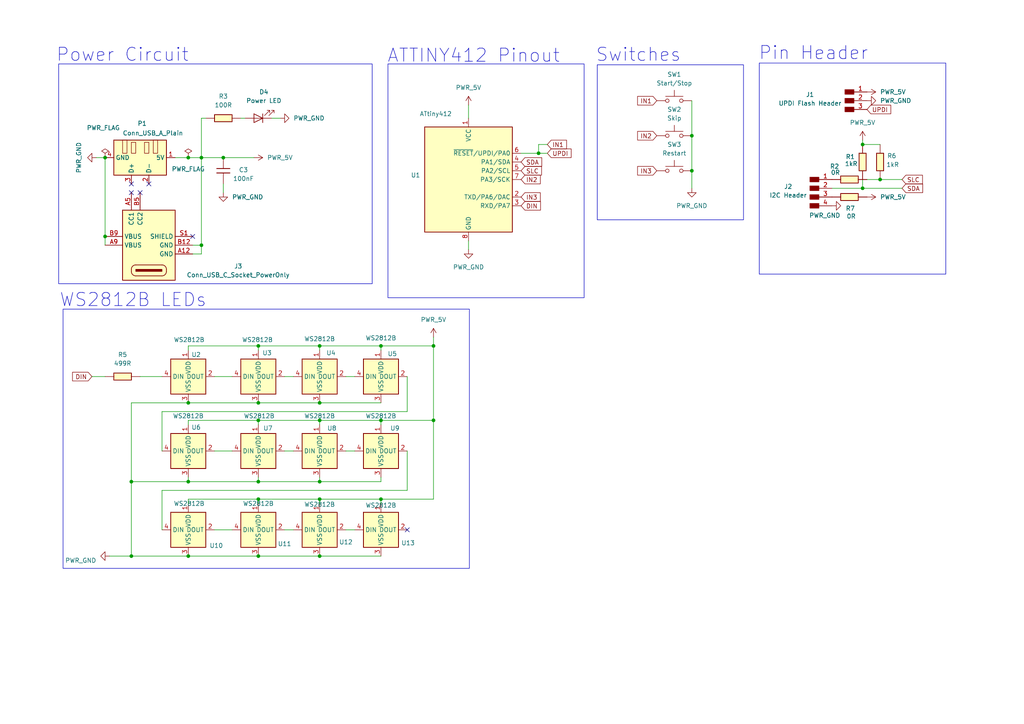
<source format=kicad_sch>
(kicad_sch (version 20250114) (generator "eeschema") (generator_version "9.0")
  (paper "A4")
  (lib_symbols
    (symbol "fab:C_1206" (pin_numbers (hide yes))
      (property "Reference" "C" (at 0.635 2.54 0))
      (property "Value" "C_1206" (at 0.635 -2.54 0))
      (symbol "C_1206_1_1"
        (polyline (pts (xy -1.905 0.635) (xy 1.905 0.635)) (stroke (width 0.25)))
        (polyline (pts (xy -1.905 -0.635) (xy 1.905 -0.635)) (stroke (width 0.25)))
        (pin passive line (at 0 3.81 270) (length 3.175) (name "~") (number "1"))
        (pin passive line (at 0 -3.81 90) (length 3.175) (name "~") (number "2"))
      )
    )
    (symbol "fab:Conn_USB_A_Plain"
      (property "Reference" "P" (at -5.08 8.89 0))
      (property "Value" "Conn_USB_A_Plain" (at 1.27 8.89 0))
      (symbol "Conn_USB_A_Plain_0_1"
        (rectangle (start -5.08 7.62) (end 5.08 -7.62) (stroke (width 0.254)) (fill (type background)))
        (rectangle (start 1.27 5.08) (end 5.08 3.81))
        (rectangle (start 1.27 2.54) (end 4.445 1.27))
        (rectangle (start 1.27 -1.27) (end 4.445 -2.54))
        (rectangle (start 1.27 -3.81) (end 5.08 -5.08))
      )
      (symbol "Conn_USB_A_Plain_1_1"
        (pin bidirectional line (at -7.62 2.54 0) (length 2.54) (name "D-") (number "2"))
        (pin bidirectional line (at -7.62 -2.54 0) (length 2.54) (name "D+") (number "3"))
        (pin power_in line (at 0 10.16 270) (length 2.54) (name "5V") (number "1"))
        (pin power_in line (at 0 -10.16 90) (length 2.54) (name "GND") (number "4"))
      )
    )
    (symbol "fab:Conn_USB_C_Socket_PowerOnly"
      (property "Reference" "J" (at -10.16 8.89 0))
      (property "Value" "Conn_USB_C_Socket_PowerOnly" (at 3.81 8.89 0))
      (symbol "Conn_USB_C_Socket_PowerOnly_0_1"
        (rectangle (start -10.16 7.62) (end 10.16 -7.62) (stroke (width 0.254)) (fill (type background)))
        (polyline (pts (xy -8.89 3.81) (xy -8.89 -3.81)) (stroke (width 0.2)))
        (polyline (pts (xy -7.62 5.08) (xy -6.985 5.08)) (stroke (width 0.2)))
        (rectangle (start -7.62 3.81) (end -6.985 -3.81) (fill (type outline)))
        (polyline (pts (xy -7.62 -5.08) (xy -6.985 -5.08)) (stroke (width 0.2)))
        (arc (start -8.89 3.81) (mid -8.518 4.708) (end -7.62 5.08) (stroke (width 0.2)))
        (arc (start -7.62 -5.08) (mid -8.518 -4.708) (end -8.89 -3.81) (stroke (width 0.2)))
        (arc (start -6.985 5.08) (mid -6.087 4.708) (end -5.715 3.81) (stroke (width 0.2)))
        (arc (start -5.715 -3.81) (mid -6.087 -4.708) (end -6.985 -5.08) (stroke (width 0.2)))
        (polyline (pts (xy -5.715 -3.81) (xy -5.715 3.81)) (stroke (width 0.2)))
      )
      (symbol "Conn_USB_C_Socket_PowerOnly_1_1"
        (pin power_in line (at -2.54 -12.7 90) (length 5.08) (name "GND") (number "A12"))
        (pin power_in line (at 0 12.7 270) (length 5.08) (name "VBUS") (number "A9"))
        (pin power_in line (at 0 -12.7 90) (length 5.08) (name "GND") (number "B12"))
        (pin power_in line (at 2.54 12.7 270) (length 5.08) (name "VBUS") (number "B9"))
        (pin power_in line (at 2.54 -12.7 90) (length 5.08) (name "SHIELD") (number "S1"))
        (pin bidirectional line (at 15.24 5.08 180) (length 5.08) (name "CC1") (number "A5"))
        (pin bidirectional line (at 15.24 2.54 180) (length 5.08) (name "CC2") (number "B5"))
      )
    )
    (symbol "fab:LED_1206" (pin_numbers (hide yes)) (pin_names (offset 1.016) (hide yes))
      (property "Reference" "D" (at 0 2.54 0))
      (property "Value" "LED_1206" (at 0 -2.54 0))
      (symbol "LED_1206_0_1"
        (polyline (pts (xy -3.048 -0.762) (xy -4.572 -2.286) (xy -3.81 -2.286) (xy -4.572 -2.286) (xy -4.572 -1.524)))
        (polyline (pts (xy -1.778 -0.762) (xy -3.302 -2.286) (xy -2.54 -2.286) (xy -3.302 -2.286) (xy -3.302 -1.524)))
        (polyline (pts (xy -1.27 0) (xy 1.27 0)))
        (polyline (pts (xy -1.27 -1.27) (xy -1.27 1.27)) (stroke (width 0.2032)))
        (polyline (pts (xy 1.27 -1.27) (xy 1.27 1.27) (xy -1.27 0) (xy 1.27 -1.27)) (stroke (width 0.2032)))
      )
      (symbol "LED_1206_1_1"
        (pin passive line (at -3.81 0 0) (length 2.54) (name "K") (number "1"))
        (pin passive line (at 3.81 0 180) (length 2.54) (name "A") (number "2"))
      )
    )
    (symbol "fab:LED_ADDR_Worldsemi_WS2812B"
      (property "Reference" "U" (at -5.08 5.715 0))
      (property "Value" "LED_ADDR_Worldsemi_WS2812B" (at 0.635 5.715 0))
      (symbol "LED_ADDR_Worldsemi_WS2812B_0_1"
        (rectangle (start -5.08 5.08) (end 5.08 -5.08) (stroke (width 0.254)) (fill (type background)))
      )
      (symbol "LED_ADDR_Worldsemi_WS2812B_1_1"
        (pin input line (at -7.62 0 0) (length 2.54) (name "DIN") (number "4"))
        (pin power_in line (at 0 7.62 270) (length 2.54) (name "VDD") (number "1"))
        (pin power_in line (at 0 -7.62 90) (length 2.54) (name "VSS") (number "3"))
        (pin output line (at 7.62 0 180) (length 2.54) (name "DOUT") (number "2"))
      )
    )
    (symbol "fab:Microcontroller_ATtiny412_SSFR"
      (property "Reference" "U" (at -12.7 17.78 0))
      (property "Value" "Microcontroller_ATtiny412_SSFR" (at 2.54 17.78 0))
      (symbol "Microcontroller_ATtiny412_SSFR_0_1"
        (rectangle (start -12.7 -15.24) (end 12.7 15.24) (stroke (width 0.254)) (fill (type background)))
      )
      (symbol "Microcontroller_ATtiny412_SSFR_1_1"
        (pin power_in line (at 0 17.78 270) (length 2.54) (name "VCC") (number "1"))
        (pin power_in line (at 0 -17.78 90) (length 2.54) (name "GND") (number "8"))
        (pin bidirectional line (at 15.24 7.62 180) (length 2.54) (name "~{RESET}/UPDI/PA0") (number "6"))
        (pin bidirectional line (at 15.24 5.08 180) (length 2.54) (name "PA1/SDA") (number "4"))
        (pin bidirectional line (at 15.24 2.54 180) (length 2.54) (name "PA2/SCL") (number "5"))
        (pin bidirectional line (at 15.24 0 180) (length 2.54) (name "PA3/SCK") (number "7"))
        (pin bidirectional line (at 15.24 -5.08 180) (length 2.54) (name "TXD/PA6/DAC") (number "2"))
        (pin bidirectional line (at 15.24 -7.62 180) (length 2.54) (name "RXD/PA7") (number "3"))
      )
    )
    (symbol "fab:PWR_5V" (power) (pin_names (offset 0))
      (property "Value" "PWR_5V" (at 0 3.556 0))
      (symbol "PWR_5V_0_1"
        (polyline (pts (xy -0.762 1.27) (xy 0 2.54)))
        (polyline (pts (xy 0 2.54) (xy 0.762 1.27)))
        (polyline (pts (xy 0 0) (xy 0 2.54)))
      )
      (symbol "PWR_5V_1_1"
        (pin power_in line (at 0 0 90) (length 0) (hide yes) (name "PWR_5V") (number "1"))
      )
    )
    (symbol "fab:PWR_FLAG" (power) (pin_numbers (hide yes)) (pin_names (offset 0) (hide yes))
      (property "Value" "PWR_FLAG" (at 0 3.81 0))
      (symbol "PWR_FLAG_0_1"
        (polyline (pts (xy 0 0) (xy 0 1.27) (xy -1.016 1.905) (xy 0 2.54) (xy 1.016 1.905) (xy 0 1.27)))
      )
      (symbol "PWR_FLAG_1_0"
        (pin power_out line (at 0 0 90) (length 0) (name "PWR_FLAG") (number "1"))
      )
    )
    (symbol "fab:PWR_GND" (power) (pin_names (offset 0))
      (property "Value" "PWR_GND" (at 0 -3.81 0))
      (symbol "PWR_GND_0_1"
        (polyline (pts (xy 0 0) (xy 0 -1.27) (xy 1.27 -1.27) (xy 0 -2.54) (xy -1.27 -1.27) (xy 0 -1.27)))
      )
      (symbol "PWR_GND_1_1"
        (pin power_in line (at 0 0 270) (length 0) (hide yes) (name "PWR_GND") (number "1"))
      )
    )
    (symbol "fab:PinHeader_01x03_P2.54mm_Vertical_THT_D1.4mm" (pin_names (hide yes))
      (property "Reference" "J" (at 0 5.08 0))
      (property "Value" "PinHeader_01x03_P2.54mm_Vertical_THT_D1.4mm" (at 0 -5.08 0))
      (symbol "PinHeader_01x03_P2.54mm_Vertical_THT_D1.4mm_1_1"
        (rectangle (start -1.27 3.175) (end 1.27 1.905) (stroke (width 0.254)) (fill (type outline)))
        (rectangle (start -1.27 0.635) (end 1.27 -0.635) (stroke (width 0.254)) (fill (type outline)))
        (rectangle (start -1.27 -1.905) (end 1.27 -3.175) (stroke (width 0.254)) (fill (type outline)))
        (pin passive line (at 5.08 2.54 180) (length 3.81) (name "Pin_1") (number "1"))
        (pin passive line (at 5.08 0 180) (length 3.81) (name "Pin_2") (number "2"))
        (pin passive line (at 5.08 -2.54 180) (length 3.81) (name "Pin_3") (number "3"))
      )
    )
    (symbol "fab:PinHeader_01x04_P2.54mm_Vertical_THT_D1.4mm" (pin_names (hide yes))
      (property "Reference" "J" (at 0 5.08 0))
      (property "Value" "PinHeader_01x04_P2.54mm_Vertical_THT_D1.4mm" (at 0 -7.62 0))
      (symbol "PinHeader_01x04_P2.54mm_Vertical_THT_D1.4mm_1_1"
        (rectangle (start -1.27 3.175) (end 1.27 1.905) (stroke (width 0.254)) (fill (type outline)))
        (rectangle (start -1.27 0.635) (end 1.27 -0.635) (stroke (width 0.254)) (fill (type outline)))
        (rectangle (start -1.27 -1.905) (end 1.27 -3.175) (stroke (width 0.254)) (fill (type outline)))
        (rectangle (start -1.27 -4.445) (end 1.27 -5.715) (stroke (width 0.254)) (fill (type outline)))
        (pin passive line (at 5.08 2.54 180) (length 3.81) (name "Pin_1") (number "1"))
        (pin passive line (at 5.08 0 180) (length 3.81) (name "Pin_2") (number "2"))
        (pin passive line (at 5.08 -2.54 180) (length 3.81) (name "Pin_3") (number "3"))
        (pin passive line (at 5.08 -5.08 180) (length 3.81) (name "Pin_4") (number "4"))
      )
    )
    (symbol "fab:R_1206" (pin_numbers (hide yes)) (pin_names (offset 0))
      (property "Reference" "R" (at 2.54 0 90))
      (property "Value" "R_1206" (at -2.54 0 90))
      (symbol "R_1206_0_1"
        (rectangle (start -1.016 -2.54) (end 1.016 2.54) (stroke (width 0.254)) (fill (type background)))
      )
      (symbol "R_1206_1_1"
        (pin passive line (at 0 5.08 270) (length 2.54) (name "~") (number "1"))
        (pin passive line (at 0 -5.08 90) (length 2.54) (name "~") (number "2"))
      )
    )
    (symbol "fab:Switch_Tactile_Omron" (pin_numbers (hide yes)) (pin_names (offset 1.016) (hide yes))
      (property "Reference" "SW" (at 1.27 2.54 0))
      (property "Value" "Switch_Tactile_Omron" (at 0 -1.524 0))
      (symbol "Switch_Tactile_Omron_0_1"
        (circle (center -2.032 0) (radius 0.508))
        (polyline (pts (xy 0 1.27) (xy 0 3.048)))
        (circle (center 2.032 0) (radius 0.508))
        (polyline (pts (xy 2.54 1.27) (xy -2.54 1.27)))
        (pin passive line (at -5.08 0 0) (length 2.54) (name "1") (number "1"))
        (pin passive line (at 5.08 0 180) (length 2.54) (name "2") (number "2"))
      )
    )
  )
  (rectangle (start 173.228 18.796) (end 215.646 63.754))
  (rectangle (start 112.522 18.542) (end 169.418 86.36))
  (rectangle (start 17.018 18.542) (end 107.95 82.296))
  (rectangle (start 220.218 18.288) (end 274.32 79.502))
  (rectangle (start 18.288 89.662) (end 136.144 164.846))
  (text "Pin Header" (at 235.966 15.494 0) (effects (font (size 3.81 3.81))))
  (text "Power Circuit\n" (at 35.56 16.002 0) (effects (font (size 3.81 3.81))))
  (text "ATTINY412 Pinout" (at 137.414 16.256 0) (effects (font (size 3.81 3.81))))
  (text "WS2812B LEDs" (at 38.608 87.122 0) (effects (font (size 3.81 3.81))))
  (text "Switches\n" (at 185.166 16.002 0) (effects (font (size 3.81 3.81))))
  (junction (at 58.42 71.12))
  (junction (at 200.66 39.37))
  (junction (at 54.61 139.7))
  (junction (at 250.19 41.91))
  (junction (at 38.1 161.29))
  (junction (at 156.21 44.45))
  (junction (at 74.93 121.92))
  (junction (at 200.66 49.53))
  (junction (at 255.27 52.07))
  (junction (at 92.71 139.7))
  (junction (at 92.71 144.78))
  (junction (at 110.49 100.33))
  (junction (at 92.71 116.84))
  (junction (at 92.71 100.33))
  (junction (at 92.71 121.92))
  (junction (at 30.48 68.58))
  (junction (at 54.61 161.29))
  (junction (at 125.73 121.92))
  (junction (at 74.93 116.84))
  (junction (at 74.93 100.33))
  (junction (at 110.49 144.78))
  (junction (at 64.77 45.72))
  (junction (at 54.61 116.84))
  (junction (at 74.93 144.78))
  (junction (at 58.42 45.72))
  (junction (at 125.73 100.33))
  (junction (at 74.93 161.29))
  (junction (at 110.49 121.92))
  (junction (at 250.19 54.61))
  (junction (at 92.71 161.29))
  (junction (at 54.61 45.72))
  (junction (at 30.48 45.72))
  (junction (at 74.93 139.7))
  (junction (at 38.1 139.7))
  (no_connect (at 118.11 153.67))
  (no_connect (at 43.18 53.34))
  (no_connect (at 55.88 68.58))
  (no_connect (at 38.1 55.88))
  (no_connect (at 40.64 55.88))
  (no_connect (at 38.1 53.34))
  (wire (pts (xy 74.93 121.92) (xy 92.71 121.92)))
  (wire (pts (xy 74.93 100.33) (xy 92.71 100.33)))
  (wire (pts (xy 100.33 153.67) (xy 102.87 153.67)))
  (wire (pts (xy 100.33 130.81) (xy 102.87 130.81)))
  (wire (pts (xy 118.11 119.38) (xy 46.99 119.38)))
  (wire (pts (xy 38.1 139.7) (xy 54.61 139.7)))
  (wire (pts (xy 251.46 52.07) (xy 255.27 52.07)))
  (wire (pts (xy 92.71 116.84) (xy 110.49 116.84)))
  (wire (pts (xy 250.19 41.91) (xy 255.27 41.91)))
  (wire (pts (xy 125.73 100.33) (xy 125.73 121.92)))
  (wire (pts (xy 50.8 45.72) (xy 54.61 45.72)))
  (wire (pts (xy 54.61 144.78) (xy 74.93 144.78)))
  (wire (pts (xy 26.67 109.22) (xy 30.48 109.22)))
  (wire (pts (xy 46.99 142.24) (xy 46.99 153.67)))
  (wire (pts (xy 54.61 139.7) (xy 54.61 138.43)))
  (wire (pts (xy 54.61 121.92) (xy 54.61 123.19)))
  (wire (pts (xy 40.64 109.22) (xy 46.99 109.22)))
  (wire (pts (xy 30.48 45.72) (xy 27.94 45.72)))
  (wire (pts (xy 156.21 44.45) (xy 158.75 44.45)))
  (wire (pts (xy 58.42 34.29) (xy 58.42 45.72)))
  (wire (pts (xy 58.42 71.12) (xy 58.42 73.66)))
  (wire (pts (xy 92.71 121.92) (xy 92.71 123.19)))
  (wire (pts (xy 100.33 109.22) (xy 102.87 109.22)))
  (wire (pts (xy 54.61 139.7) (xy 74.93 139.7)))
  (wire (pts (xy 55.88 71.12) (xy 58.42 71.12)))
  (wire (pts (xy 54.61 144.78) (xy 54.61 146.05)))
  (wire (pts (xy 54.61 116.84) (xy 74.93 116.84)))
  (wire (pts (xy 69.85 34.29) (xy 71.12 34.29)))
  (wire (pts (xy 74.93 144.78) (xy 92.71 144.78)))
  (wire (pts (xy 92.71 139.7) (xy 92.71 138.43)))
  (wire (pts (xy 156.21 41.91) (xy 158.75 41.91)))
  (wire (pts (xy 200.66 39.37) (xy 200.66 49.53)))
  (wire (pts (xy 110.49 100.33) (xy 110.49 101.6)))
  (wire (pts (xy 118.11 109.22) (xy 118.11 119.38)))
  (wire (pts (xy 110.49 100.33) (xy 125.73 100.33)))
  (wire (pts (xy 92.71 121.92) (xy 110.49 121.92)))
  (wire (pts (xy 250.19 52.07) (xy 250.19 54.61)))
  (wire (pts (xy 62.23 153.67) (xy 67.31 153.67)))
  (wire (pts (xy 74.93 100.33) (xy 74.93 101.6)))
  (wire (pts (xy 92.71 100.33) (xy 110.49 100.33)))
  (wire (pts (xy 62.23 109.22) (xy 67.31 109.22)))
  (wire (pts (xy 54.61 161.29) (xy 74.93 161.29)))
  (wire (pts (xy 54.61 100.33) (xy 54.61 101.6)))
  (wire (pts (xy 81.28 34.29) (xy 78.74 34.29)))
  (wire (pts (xy 110.49 144.78) (xy 110.49 146.05)))
  (wire (pts (xy 64.77 53.34) (xy 64.77 55.88)))
  (wire (pts (xy 54.61 121.92) (xy 74.93 121.92)))
  (wire (pts (xy 200.66 49.53) (xy 200.66 54.61)))
  (wire (pts (xy 118.11 130.81) (xy 118.11 142.24)))
  (wire (pts (xy 82.55 130.81) (xy 85.09 130.81)))
  (wire (pts (xy 255.27 52.07) (xy 261.62 52.07)))
  (wire (pts (xy 58.42 45.72) (xy 64.77 45.72)))
  (wire (pts (xy 110.49 121.92) (xy 110.49 123.19)))
  (wire (pts (xy 110.49 139.7) (xy 110.49 138.43)))
  (wire (pts (xy 74.93 139.7) (xy 92.71 139.7)))
  (wire (pts (xy 74.93 139.7) (xy 74.93 138.43)))
  (wire (pts (xy 151.13 44.45) (xy 156.21 44.45)))
  (wire (pts (xy 31.75 161.29) (xy 38.1 161.29)))
  (wire (pts (xy 200.66 29.21) (xy 200.66 39.37)))
  (wire (pts (xy 62.23 130.81) (xy 67.31 130.81)))
  (wire (pts (xy 92.71 161.29) (xy 110.49 161.29)))
  (wire (pts (xy 58.42 45.72) (xy 58.42 71.12)))
  (wire (pts (xy 59.69 34.29) (xy 58.42 34.29)))
  (wire (pts (xy 92.71 100.33) (xy 92.71 101.6)))
  (wire (pts (xy 30.48 45.72) (xy 30.48 68.58)))
  (wire (pts (xy 54.61 45.72) (xy 58.42 45.72)))
  (wire (pts (xy 82.55 153.67) (xy 85.09 153.67)))
  (wire (pts (xy 64.77 45.72) (xy 73.66 45.72)))
  (wire (pts (xy 30.48 68.58) (xy 30.48 71.12)))
  (wire (pts (xy 92.71 144.78) (xy 110.49 144.78)))
  (wire (pts (xy 54.61 100.33) (xy 74.93 100.33)))
  (wire (pts (xy 38.1 161.29) (xy 54.61 161.29)))
  (wire (pts (xy 46.99 119.38) (xy 46.99 130.81)))
  (wire (pts (xy 92.71 139.7) (xy 110.49 139.7)))
  (wire (pts (xy 241.3 54.61) (xy 250.19 54.61)))
  (wire (pts (xy 118.11 142.24) (xy 46.99 142.24)))
  (wire (pts (xy 58.42 73.66) (xy 55.88 73.66)))
  (wire (pts (xy 38.1 116.84) (xy 54.61 116.84)))
  (wire (pts (xy 92.71 144.78) (xy 92.71 146.05)))
  (wire (pts (xy 156.21 41.91) (xy 156.21 44.45)))
  (wire (pts (xy 74.93 116.84) (xy 92.71 116.84)))
  (wire (pts (xy 250.19 40.64) (xy 250.19 41.91)))
  (wire (pts (xy 74.93 161.29) (xy 92.71 161.29)))
  (wire (pts (xy 250.19 54.61) (xy 261.62 54.61)))
  (wire (pts (xy 125.73 121.92) (xy 125.73 144.78)))
  (wire (pts (xy 135.89 69.85) (xy 135.89 72.39)))
  (wire (pts (xy 74.93 121.92) (xy 74.93 123.19)))
  (wire (pts (xy 74.93 144.78) (xy 74.93 146.05)))
  (wire (pts (xy 125.73 100.33) (xy 125.73 97.79)))
  (wire (pts (xy 38.1 116.84) (xy 38.1 139.7)))
  (wire (pts (xy 38.1 139.7) (xy 38.1 161.29)))
  (wire (pts (xy 110.49 121.92) (xy 125.73 121.92)))
  (wire (pts (xy 110.49 144.78) (xy 125.73 144.78)))
  (wire (pts (xy 82.55 109.22) (xy 85.09 109.22)))
  (wire (pts (xy 135.89 30.48) (xy 135.89 34.29)))
  (global_label "DIN" (shape input) (at 151.13 59.69 0) (property "Intersheetrefs" "${INTERSHEET_REFS}" (effects (hide yes))))
  (global_label "SDA" (shape input) (at 261.62 54.61 0) (property "Intersheetrefs" "${INTERSHEET_REFS}" (effects (hide yes))))
  (global_label "IN3" (shape input) (at 151.13 57.15 0) (property "Intersheetrefs" "${INTERSHEET_REFS}" (effects (hide yes))))
  (global_label "SLC" (shape input) (at 261.62 52.07 0) (property "Intersheetrefs" "${INTERSHEET_REFS}" (effects (hide yes))))
  (global_label "SDA" (shape input) (at 151.13 46.99 0) (property "Intersheetrefs" "${INTERSHEET_REFS}" (effects (hide yes))))
  (global_label "UPDI" (shape input) (at 251.46 31.75 0) (property "Intersheetrefs" "${INTERSHEET_REFS}" (effects (hide yes))))
  (global_label "IN1" (shape input) (at 158.75 41.91 0) (property "Intersheetrefs" "${INTERSHEET_REFS}" (effects (hide yes))))
  (global_label "IN2" (shape input) (at 190.5 39.37 180) (property "Intersheetrefs" "${INTERSHEET_REFS}" (effects (hide yes))))
  (global_label "SLC" (shape input) (at 151.13 49.53 0) (property "Intersheetrefs" "${INTERSHEET_REFS}" (effects (hide yes))))
  (global_label "IN1" (shape input) (at 190.5 29.21 180) (property "Intersheetrefs" "${INTERSHEET_REFS}" (effects (hide yes))))
  (global_label "DIN" (shape input) (at 26.67 109.22 180) (property "Intersheetrefs" "${INTERSHEET_REFS}" (effects (hide yes))))
  (global_label "UPDI" (shape input) (at 158.75 44.45 0) (property "Intersheetrefs" "${INTERSHEET_REFS}" (effects (hide yes))))
  (global_label "IN2" (shape input) (at 151.13 52.07 0) (property "Intersheetrefs" "${INTERSHEET_REFS}" (effects (hide yes))))
  (global_label "IN3" (shape input) (at 190.5 49.53 180) (property "Intersheetrefs" "${INTERSHEET_REFS}" (effects (hide yes))))
  (symbol (lib_id "fab:LED_ADDR_Worldsemi_WS2812B") (at 92.71 109.22 0) (unit 1)
    (property "Reference" "U4" (at 96.012 102.362 0))
    (property "Value" "WS2812B" (at 92.71 98.298 0))
    (property "Footprint" "fab:LED_ADDR_Worldsemi_WS2812B" (effects (hide yes)))
    (property "Datasheet" "http://cdn.sparkfun.com/datasheets/BreakoutBoards/WS2812B.pdf" (effects (hide yes)))
    (property "Description" "Worldsemi WS2812B, Adafruit Industries LLC ADDRESS LED SERIAL RGB 100PK" (effects (hide yes)))
  )
  (symbol (lib_id "fab:LED_ADDR_Worldsemi_WS2812B") (at 74.93 153.67 0) (unit 1)
    (property "Reference" "U11" (at 82.55 157.734 0))
    (property "Value" "WS2812B" (at 74.93 146.05 0))
    (property "Footprint" "fab:LED_ADDR_Worldsemi_WS2812B" (effects (hide yes)))
    (property "Datasheet" "http://cdn.sparkfun.com/datasheets/BreakoutBoards/WS2812B.pdf" (effects (hide yes)))
    (property "Description" "Worldsemi WS2812B, Adafruit Industries LLC ADDRESS LED SERIAL RGB 100PK" (effects (hide yes)))
  )
  (symbol (lib_id "fab:Conn_USB_C_Socket_PowerOnly") (at 43.18 71.12 90) (unit 1)
    (property "Reference" "J3" (at 69.088 77.216 90))
    (property "Value" "Conn_USB_C_Socket_PowerOnly" (at 69.088 79.756 90))
    (property "Footprint" "fab:Conn_USB_C_Socket_GCT_USB4125-GF-A-0190" (effects (hide yes)))
    (property "Datasheet" "https://www.usb.org/sites/default/files/documents/usb_type-c.zip" (effects (hide yes)))
    (property "Description" "USB 2.0-only Type-C Receptacle connector" (effects (hide yes)))
  )
  (symbol (lib_id "fab:R_1206") (at 246.38 52.07 270) (unit 1)
    (property "Reference" "R2" (at 242.062 48.26 90))
    (property "Value" "0R" (at 242.316 50.038 90))
    (property "Footprint" "fab:R_1206" (effects (hide yes)))
    (property "Description" "Resistor" (effects (hide yes)))
  )
  (symbol (lib_id "fab:R_1206") (at 35.56 109.22 90) (unit 1)
    (property "Reference" "R5" (at 35.56 102.87 90))
    (property "Value" "499R" (at 35.56 105.41 90))
    (property "Footprint" "fab:R_1206" (effects (hide yes)))
    (property "Description" "Resistor" (effects (hide yes)))
  )
  (symbol (lib_id "fab:LED_ADDR_Worldsemi_WS2812B") (at 74.93 130.81 0) (unit 1)
    (property "Reference" "U7" (at 77.724 124.206 0))
    (property "Value" "WS2812B" (at 75.184 120.65 0))
    (property "Footprint" "fab:LED_ADDR_Worldsemi_WS2812B" (effects (hide yes)))
    (property "Datasheet" "http://cdn.sparkfun.com/datasheets/BreakoutBoards/WS2812B.pdf" (effects (hide yes)))
    (property "Description" "Worldsemi WS2812B, Adafruit Industries LLC ADDRESS LED SERIAL RGB 100PK" (effects (hide yes)))
  )
  (symbol (lib_id "fab:PWR_GND") (at 200.66 54.61 0) (unit 1)
    (property "Reference" "#PWR014" (effects (hide yes)))
    (property "Value" "PWR_GND" (at 200.66 59.69 0))
    (property "Description" "Power symbol creates a global label with name \"GND\" , ground" (effects (hide yes)))
  )
  (symbol (lib_id "fab:PWR_5V") (at 251.46 57.15 270) (unit 1)
    (property "Reference" "#PWR03" (effects (hide yes)))
    (property "Value" "PWR_5V" (at 255.27 57.1499 90) (effects (justify left)))
    (property "Description" "Power symbol creates a global label with name \"+5V\"" (effects (hide yes)))
  )
  (symbol (lib_id "fab:PWR_GND") (at 27.94 45.72 270) (unit 1)
    (property "Reference" "#PWR04" (effects (hide yes)))
    (property "Value" "PWR_GND" (at 22.86 45.72 0))
    (property "Description" "Power symbol creates a global label with name \"GND\" , ground" (effects (hide yes)))
  )
  (symbol (lib_id "fab:PWR_FLAG") (at 30.48 45.72 0) (unit 1)
    (property "Reference" "#FLG02" (effects (hide yes)))
    (property "Value" "PWR_FLAG" (at 25.146 37.084 0) (effects (justify left)))
    (property "Description" "Special symbol for telling ERC where power comes from" (effects (hide yes)))
  )
  (symbol (lib_id "fab:PinHeader_01x03_P2.54mm_Vertical_THT_D1.4mm") (at 246.38 29.21 0) (unit 1)
    (property "Reference" "J1" (at 234.95 27.432 0))
    (property "Value" "UPDI Flash Header" (at 234.95 29.972 0))
    (property "Footprint" "fab:PinHeader_01x03_P2.54mm_Vertical_THT_D1.4mm" (effects (hide yes)))
    (property "Description" "Male connector, single row" (effects (hide yes)))
  )
  (symbol (lib_id "fab:R_1206") (at 64.77 34.29 270) (unit 1)
    (property "Reference" "R3" (at 64.77 27.94 90))
    (property "Value" "100R" (at 64.77 30.48 90))
    (property "Footprint" "fab:R_1206" (effects (hide yes)))
    (property "Description" "Resistor" (effects (hide yes)))
  )
  (symbol (lib_id "fab:Conn_USB_A_Plain") (at 40.64 45.72 270) (mirror x) (unit 1)
    (property "Reference" "P1" (at 39.878 35.814 90) (effects (justify left)))
    (property "Value" "Conn_USB_A_Plain" (at 35.56 38.608 90) (effects (justify left)))
    (property "Footprint" "fab:Conn_USB_A_Plain" (effects (hide yes)))
    (property "Description" "Plain USB connector that can be milled with as PCB milling machine" (effects (hide yes)))
  )
  (symbol (lib_id "fab:LED_ADDR_Worldsemi_WS2812B") (at 92.71 153.67 0) (unit 1)
    (property "Reference" "U12" (at 100.33 157.226 0))
    (property "Value" "WS2812B" (at 92.71 146.304 0))
    (property "Footprint" "fab:LED_ADDR_Worldsemi_WS2812B" (effects (hide yes)))
    (property "Datasheet" "http://cdn.sparkfun.com/datasheets/BreakoutBoards/WS2812B.pdf" (effects (hide yes)))
    (property "Description" "Worldsemi WS2812B, Adafruit Industries LLC ADDRESS LED SERIAL RGB 100PK" (effects (hide yes)))
  )
  (symbol (lib_id "fab:R_1206") (at 246.38 57.15 270) (unit 1)
    (property "Reference" "R7" (at 246.634 60.452 90))
    (property "Value" "0R" (at 246.888 62.738 90))
    (property "Footprint" "fab:R_1206" (effects (hide yes)))
    (property "Description" "Resistor" (effects (hide yes)))
  )
  (symbol (lib_id "fab:Microcontroller_ATtiny412_SSFR") (at 135.89 52.07 0) (unit 1)
    (property "Reference" "U1" (at 121.92 50.7999 0) (effects (justify right)))
    (property "Value" "ATtiny412" (at 131.064 33.02 0) (effects (justify right)))
    (property "Footprint" "fab:SOIC-8_3.9x4.9mm_P1.27mm" (effects (hide yes)))
    (property "Datasheet" "http://ww1.microchip.com/downloads/en/DeviceDoc/40001911A.pdf" (effects (hide yes)))
    (property "Description" "AVR tinyAVR™ 1 Microcontroller IC 8-Bit 20MHz 4KB (4K x 8) FLASH 8-SOIC" (effects (hide yes)))
  )
  (symbol (lib_id "fab:Switch_Tactile_Omron") (at 195.58 49.53 0) (unit 1)
    (property "Reference" "SW3" (at 195.58 41.91 0))
    (property "Value" "Restart" (at 195.58 44.45 0))
    (property "Footprint" "fab:Button_Omron_B3SN_6.0x6.0mm" (effects (hide yes)))
    (property "Datasheet" "https://omronfs.omron.com/en_US/ecb/products/pdf/en-b3sn.pdf" (effects (hide yes)))
    (property "Description" "Push button switch, Omron, B3SN, Sealed Tactile Switch (SMT), SPST-NO Top Actuated Surface Mount" (effects (hide yes)))
  )
  (symbol (lib_id "fab:PWR_5V") (at 73.66 45.72 270) (unit 1)
    (property "Reference" "#PWR01" (effects (hide yes)))
    (property "Value" "PWR_5V" (at 77.47 45.7199 90) (effects (justify left)))
    (property "Description" "Power symbol creates a global label with name \"+5V\"" (effects (hide yes)))
  )
  (symbol (lib_id "fab:PWR_5V") (at 135.89 30.48 0) (unit 1)
    (property "Reference" "#PWR02" (effects (hide yes)))
    (property "Value" "PWR_5V" (at 135.89 25.4 0))
    (property "Description" "Power symbol creates a global label with name \"+5V\"" (effects (hide yes)))
  )
  (symbol (lib_id "fab:LED_1206") (at 74.93 34.29 180) (unit 1)
    (property "Reference" "D4" (at 76.5302 26.67 0))
    (property "Value" "Power LED" (at 76.5302 29.21 0))
    (property "Footprint" "fab:LED_1206" (effects (hide yes)))
    (property "Datasheet" "https://optoelectronics.liteon.com/upload/download/DS-22-98-0002/LTST-C150CKT.pdf" (effects (hide yes)))
    (property "Description" "Light emitting diode, Lite-On Inc. LTST, SMD" (effects (hide yes)))
  )
  (symbol (lib_id "fab:LED_ADDR_Worldsemi_WS2812B") (at 74.93 109.22 0) (unit 1)
    (property "Reference" "U3" (at 77.47 102.362 0))
    (property "Value" "WS2812B" (at 74.676 98.552 0))
    (property "Footprint" "fab:LED_ADDR_Worldsemi_WS2812B" (effects (hide yes)))
    (property "Datasheet" "http://cdn.sparkfun.com/datasheets/BreakoutBoards/WS2812B.pdf" (effects (hide yes)))
    (property "Description" "Worldsemi WS2812B, Adafruit Industries LLC ADDRESS LED SERIAL RGB 100PK" (effects (hide yes)))
  )
  (symbol (lib_id "fab:Switch_Tactile_Omron") (at 195.58 39.37 0) (unit 1)
    (property "Reference" "SW2" (at 195.58 31.75 0))
    (property "Value" "Skip" (at 195.58 34.29 0))
    (property "Footprint" "fab:Button_Omron_B3SN_6.0x6.0mm" (effects (hide yes)))
    (property "Datasheet" "https://omronfs.omron.com/en_US/ecb/products/pdf/en-b3sn.pdf" (effects (hide yes)))
    (property "Description" "Push button switch, Omron, B3SN, Sealed Tactile Switch (SMT), SPST-NO Top Actuated Surface Mount" (effects (hide yes)))
  )
  (symbol (lib_id "fab:LED_ADDR_Worldsemi_WS2812B") (at 54.61 153.67 0) (unit 1)
    (property "Reference" "U10" (at 62.738 158.242 0))
    (property "Value" "WS2812B" (at 54.864 146.05 0))
    (property "Footprint" "fab:LED_ADDR_Worldsemi_WS2812B" (effects (hide yes)))
    (property "Datasheet" "http://cdn.sparkfun.com/datasheets/BreakoutBoards/WS2812B.pdf" (effects (hide yes)))
    (property "Description" "Worldsemi WS2812B, Adafruit Industries LLC ADDRESS LED SERIAL RGB 100PK" (effects (hide yes)))
  )
  (symbol (lib_id "fab:C_1206") (at 64.77 49.53 0) (unit 1)
    (property "Reference" "C3" (at 70.612 49.276 0))
    (property "Value" "100nF" (at 70.612 51.816 0))
    (property "Footprint" "fab:C_1206" (effects (hide yes)))
    (property "Datasheet" "https://www.yageo.com/upload/media/product/productsearch/datasheet/mlcc/UPY-GP_NP0_16V-to-50V_18.pdf" (effects (hide yes)))
    (property "Description" "Unpolarized capacitor, SMD, 1206" (effects (hide yes)))
  )
  (symbol (lib_id "fab:PWR_FLAG") (at 54.61 45.72 0) (unit 1)
    (property "Reference" "#FLG01" (effects (hide yes)))
    (property "Value" "PWR_FLAG" (at 54.61 49.022 0))
    (property "Description" "Special symbol for telling ERC where power comes from" (effects (hide yes)))
  )
  (symbol (lib_id "fab:Switch_Tactile_Omron") (at 195.58 29.21 0) (unit 1)
    (property "Reference" "SW1" (at 195.58 21.59 0))
    (property "Value" "Start/Stop" (at 195.58 24.13 0))
    (property "Footprint" "fab:Button_Omron_B3SN_6.0x6.0mm" (effects (hide yes)))
    (property "Datasheet" "https://omronfs.omron.com/en_US/ecb/products/pdf/en-b3sn.pdf" (effects (hide yes)))
    (property "Description" "Push button switch, Omron, B3SN, Sealed Tactile Switch (SMT), SPST-NO Top Actuated Surface Mount" (effects (hide yes)))
  )
  (symbol (lib_id "fab:LED_ADDR_Worldsemi_WS2812B") (at 92.71 130.81 0) (unit 1)
    (property "Reference" "U8" (at 96.266 124.206 0))
    (property "Value" "WS2812B" (at 92.71 120.65 0))
    (property "Footprint" "fab:LED_ADDR_Worldsemi_WS2812B" (effects (hide yes)))
    (property "Datasheet" "http://cdn.sparkfun.com/datasheets/BreakoutBoards/WS2812B.pdf" (effects (hide yes)))
    (property "Description" "Worldsemi WS2812B, Adafruit Industries LLC ADDRESS LED SERIAL RGB 100PK" (effects (hide yes)))
  )
  (symbol (lib_id "fab:PinHeader_01x04_P2.54mm_Vertical_THT_D1.4mm") (at 236.22 54.61 0) (unit 1)
    (property "Reference" "J2" (at 228.6 54.102 0))
    (property "Value" "I2C Header" (at 228.6 56.642 0))
    (property "Footprint" "fab:PinHeader_01x04_P2.54mm_Vertical_THT_D1.4mm" (effects (hide yes)))
    (property "Description" "Male connector, single row" (effects (hide yes)))
  )
  (symbol (lib_id "fab:PWR_GND") (at 135.89 72.39 0) (unit 1)
    (property "Reference" "#PWR08" (effects (hide yes)))
    (property "Value" "PWR_GND" (at 135.89 77.47 0))
    (property "Description" "Power symbol creates a global label with name \"GND\" , ground" (effects (hide yes)))
  )
  (symbol (lib_id "fab:LED_ADDR_Worldsemi_WS2812B") (at 54.61 130.81 0) (unit 1)
    (property "Reference" "U6" (at 56.896 123.952 0))
    (property "Value" "WS2812B" (at 54.61 120.65 0))
    (property "Footprint" "fab:LED_ADDR_Worldsemi_WS2812B" (effects (hide yes)))
    (property "Datasheet" "http://cdn.sparkfun.com/datasheets/BreakoutBoards/WS2812B.pdf" (effects (hide yes)))
    (property "Description" "Worldsemi WS2812B, Adafruit Industries LLC ADDRESS LED SERIAL RGB 100PK" (effects (hide yes)))
  )
  (symbol (lib_id "fab:PWR_GND") (at 241.3 59.69 90) (unit 1)
    (property "Reference" "#PWR015" (effects (hide yes)))
    (property "Value" "PWR_GND" (at 234.696 62.484 90) (effects (justify right)))
    (property "Description" "Power symbol creates a global label with name \"GND\" , ground" (effects (hide yes)))
  )
  (symbol (lib_id "fab:LED_ADDR_Worldsemi_WS2812B") (at 110.49 109.22 0) (unit 1)
    (property "Reference" "U5" (at 113.792 102.616 0))
    (property "Value" "WS2812B" (at 110.49 98.044 0))
    (property "Footprint" "fab:LED_ADDR_Worldsemi_WS2812B" (effects (hide yes)))
    (property "Datasheet" "http://cdn.sparkfun.com/datasheets/BreakoutBoards/WS2812B.pdf" (effects (hide yes)))
    (property "Description" "Worldsemi WS2812B, Adafruit Industries LLC ADDRESS LED SERIAL RGB 100PK" (effects (hide yes)))
  )
  (symbol (lib_id "fab:R_1206") (at 255.27 46.99 0) (unit 1)
    (property "Reference" "R6" (at 257.302 45.212 0) (effects (justify left)))
    (property "Value" "1kR" (at 257.048 47.752 0) (effects (justify left)))
    (property "Footprint" "fab:R_1206" (effects (hide yes)))
    (property "Description" "Resistor" (effects (hide yes)))
  )
  (symbol (lib_id "fab:PWR_GND") (at 31.75 161.29 270) (unit 1)
    (property "Reference" "#PWR010" (effects (hide yes)))
    (property "Value" "PWR_GND" (at 27.94 162.5599 90) (effects (justify right)))
    (property "Description" "Power symbol creates a global label with name \"GND\" , ground" (effects (hide yes)))
  )
  (symbol (lib_id "fab:PWR_5V") (at 125.73 97.79 0) (unit 1)
    (property "Reference" "#PWR011" (effects (hide yes)))
    (property "Value" "PWR_5V" (at 125.73 92.71 0))
    (property "Description" "Power symbol creates a global label with name \"+5V\"" (effects (hide yes)))
  )
  (symbol (lib_id "fab:PWR_GND") (at 251.46 29.21 90) (unit 1)
    (property "Reference" "#PWR012" (effects (hide yes)))
    (property "Value" "PWR_GND" (at 255.27 29.2099 90) (effects (justify right)))
    (property "Description" "Power symbol creates a global label with name \"GND\" , ground" (effects (hide yes)))
  )
  (symbol (lib_id "fab:PWR_5V") (at 251.46 26.67 270) (unit 1)
    (property "Reference" "#PWR09" (effects (hide yes)))
    (property "Value" "PWR_5V" (at 255.27 26.6699 90) (effects (justify left)))
    (property "Description" "Power symbol creates a global label with name \"+5V\"" (effects (hide yes)))
  )
  (symbol (lib_id "fab:PWR_GND") (at 64.77 55.88 0) (unit 1)
    (property "Reference" "#PWR06" (effects (hide yes)))
    (property "Value" "PWR_GND" (at 67.31 57.1499 0) (effects (justify left)))
    (property "Description" "Power symbol creates a global label with name \"GND\" , ground" (effects (hide yes)))
  )
  (symbol (lib_id "fab:LED_ADDR_Worldsemi_WS2812B") (at 110.49 130.81 0) (unit 1)
    (property "Reference" "U9" (at 114.554 124.206 0))
    (property "Value" "WS2812B" (at 110.49 120.65 0))
    (property "Footprint" "fab:LED_ADDR_Worldsemi_WS2812B" (effects (hide yes)))
    (property "Datasheet" "http://cdn.sparkfun.com/datasheets/BreakoutBoards/WS2812B.pdf" (effects (hide yes)))
    (property "Description" "Worldsemi WS2812B, Adafruit Industries LLC ADDRESS LED SERIAL RGB 100PK" (effects (hide yes)))
  )
  (symbol (lib_id "fab:PWR_5V") (at 250.19 40.64 0) (unit 1)
    (property "Reference" "#PWR07" (effects (hide yes)))
    (property "Value" "PWR_5V" (at 250.19 35.56 0))
    (property "Description" "Power symbol creates a global label with name \"+5V\"" (effects (hide yes)))
  )
  (symbol (lib_id "fab:LED_ADDR_Worldsemi_WS2812B") (at 110.49 153.67 0) (unit 1)
    (property "Reference" "U13" (at 118.364 157.48 0))
    (property "Value" "WS2812B" (at 110.49 146.558 0))
    (property "Footprint" "fab:LED_ADDR_Worldsemi_WS2812B" (effects (hide yes)))
    (property "Datasheet" "http://cdn.sparkfun.com/datasheets/BreakoutBoards/WS2812B.pdf" (effects (hide yes)))
    (property "Description" "Worldsemi WS2812B, Adafruit Industries LLC ADDRESS LED SERIAL RGB 100PK" (effects (hide yes)))
  )
  (symbol (lib_id "fab:R_1206") (at 250.19 46.99 0) (unit 1)
    (property "Reference" "R1" (at 246.634 45.466 0))
    (property "Value" "1kR" (at 246.888 47.498 0))
    (property "Footprint" "fab:R_1206" (effects (hide yes)))
    (property "Description" "Resistor" (effects (hide yes)))
  )
  (symbol (lib_id "fab:PWR_GND") (at 81.28 34.29 90) (unit 1)
    (property "Reference" "#PWR05" (effects (hide yes)))
    (property "Value" "PWR_GND" (at 85.09 34.2899 90) (effects (justify right)))
    (property "Description" "Power symbol creates a global label with name \"GND\" , ground" (effects (hide yes)))
  )
  (symbol (lib_id "fab:LED_ADDR_Worldsemi_WS2812B") (at 54.61 109.22 0) (unit 1)
    (property "Reference" "U2" (at 56.896 102.87 0))
    (property "Value" "WS2812B" (at 54.864 98.552 0))
    (property "Footprint" "fab:LED_ADDR_Worldsemi_WS2812B" (effects (hide yes)))
    (property "Datasheet" "http://cdn.sparkfun.com/datasheets/BreakoutBoards/WS2812B.pdf" (effects (hide yes)))
    (property "Description" "Worldsemi WS2812B, Adafruit Industries LLC ADDRESS LED SERIAL RGB 100PK" (effects (hide yes)))
  )
)
</source>
